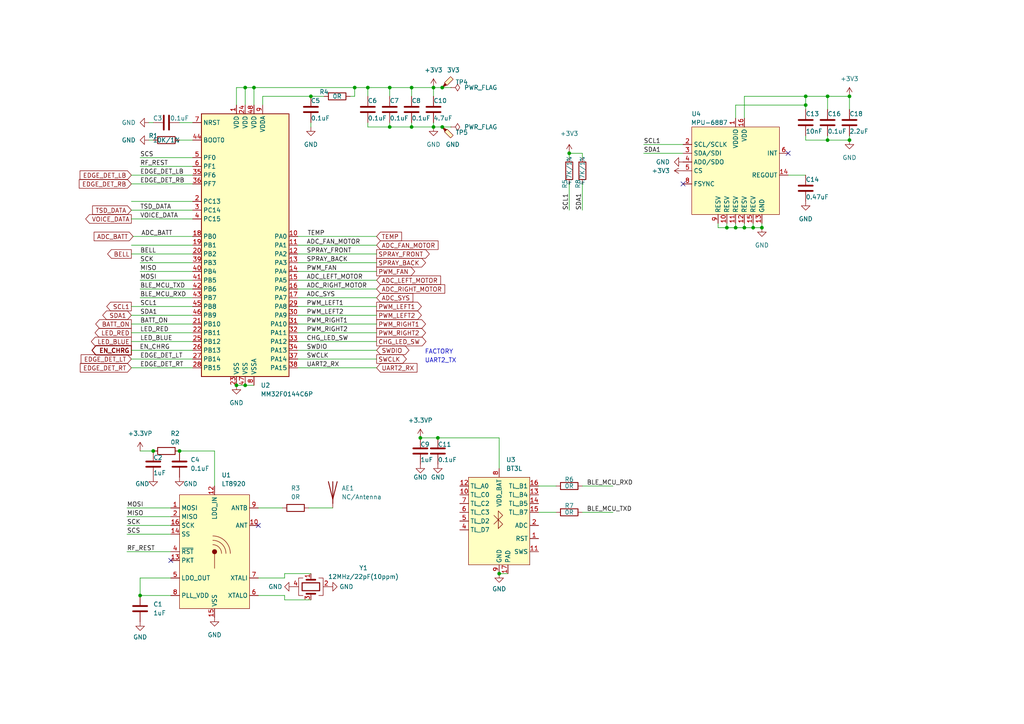
<source format=kicad_sch>
(kicad_sch (version 20230121) (generator eeschema)
  (paper "A4")
  (title_block (title "ELZS-01主板"))
  (lib_symbols
    (symbol "Connector:TestPoint_Probe" (pin_numbers hide) (pin_names (offset 0.762) hide)
      (property "Reference" "TP" (at 1.651 5.842 0))
      (property "Value" "TestPoint_Probe" (at 1.651 4.064 0))
      (symbol "TestPoint_Probe_0_1"
        (polyline (pts (xy 1.27 0.762) (xy 0 0) (xy 0.762 1.27) (xy 1.27 0.762)) (fill (type outline)))
        (polyline (pts (xy 1.397 0.635) (xy 0.635 1.397) (xy 2.413 3.175) (xy 3.175 2.413) (xy 1.397 0.635)) (fill (type background)))
      )
      (symbol "TestPoint_Probe_1_1"
        (pin passive line (at 0 0 90) (length 0) (name "1") (number "1"))
      )
    )
    (symbol "Device:Antenna" (pin_numbers hide) (pin_names (offset 1.016) hide)
      (property "Reference" "AE" (at -1.905 1.905 0))
      (property "Value" "Antenna" (at -1.905 0 0))
      (symbol "Antenna_0_1"
        (polyline (pts (xy 0 2.54) (xy 0 -3.81)) (stroke (width 0.254)))
        (polyline (pts (xy 1.27 2.54) (xy 0 -2.54) (xy -1.27 2.54)) (stroke (width 0.254)))
      )
      (symbol "Antenna_1_1"
        (pin input line (at 0 -5.08 90) (length 2.54) (name "A") (number "1"))
      )
    )
    (symbol "Device:C" (pin_numbers hide) (pin_names (offset 0.254))
      (property "Reference" "C" (at 0.635 2.54 0))
      (property "Value" "C" (at 0.635 -2.54 0))
      (symbol "C_0_1"
        (polyline (pts (xy -2.032 -0.762) (xy 2.032 -0.762)) (stroke (width 0.508)))
        (polyline (pts (xy -2.032 0.762) (xy 2.032 0.762)) (stroke (width 0.508)))
      )
      (symbol "C_1_1"
        (pin passive line (at 0 3.81 270) (length 2.794) (name "~") (number "1"))
        (pin passive line (at 0 -3.81 90) (length 2.794) (name "~") (number "2"))
      )
    )
    (symbol "Device:Crystal_GND24" (pin_names (offset 1.016) hide)
      (property "Reference" "Y" (at 3.175 5.08 0))
      (property "Value" "Crystal_GND24" (at 3.175 3.175 0))
      (symbol "Crystal_GND24_0_1"
        (rectangle (start -1.143 2.54) (end 1.143 -2.54) (stroke (width 0.3048)))
        (polyline (pts (xy -2.54 0) (xy -2.032 0)))
        (polyline (pts (xy -2.032 -1.27) (xy -2.032 1.27)) (stroke (width 0.508)))
        (polyline (pts (xy 0 -3.81) (xy 0 -3.556)))
        (polyline (pts (xy 0 3.556) (xy 0 3.81)))
        (polyline (pts (xy 2.032 -1.27) (xy 2.032 1.27)) (stroke (width 0.508)))
        (polyline (pts (xy 2.032 0) (xy 2.54 0)))
        (polyline (pts (xy -2.54 -2.286) (xy -2.54 -3.556) (xy 2.54 -3.556) (xy 2.54 -2.286)))
        (polyline (pts (xy -2.54 2.286) (xy -2.54 3.556) (xy 2.54 3.556) (xy 2.54 2.286)))
      )
      (symbol "Crystal_GND24_1_1"
        (pin passive line (at -3.81 0 0) (length 1.27) (name "1") (number "1"))
        (pin passive line (at 0 5.08 270) (length 1.27) (name "2") (number "2"))
        (pin passive line (at 3.81 0 180) (length 1.27) (name "3") (number "3"))
        (pin passive line (at 0 -5.08 90) (length 1.27) (name "4") (number "4"))
      )
    )
    (symbol "Device:R" (pin_numbers hide) (pin_names (offset 0))
      (property "Reference" "R" (at 2.032 0 90))
      (property "Value" "R" (at 0 0 90))
      (symbol "R_0_1"
        (rectangle (start -1.016 -2.54) (end 1.016 2.54) (stroke (width 0.254)))
      )
      (symbol "R_1_1"
        (pin passive line (at 0 3.81 270) (length 1.27) (name "~") (number "1"))
        (pin passive line (at 0 -3.81 90) (length 1.27) (name "~") (number "2"))
      )
    )
    (symbol "MCU_ST_STM32F0:STM32F030C8Tx"
      (property "Reference" "U" (at -12.7 39.37 0))
      (property "Value" "STM32F030C8Tx" (at 7.62 39.37 0))
      (symbol "STM32F030C8Tx_0_1"
        (rectangle (start -12.7 -38.1) (end 12.7 38.1) (stroke (width 0.254)) (fill (type background)))
      )
      (symbol "STM32F030C8Tx_1_1"
        (pin power_in line (at -2.54 40.64 270) (length 2.54) (name "VDD") (number "1"))
        (pin bidirectional line (at 15.24 2.54 180) (length 2.54) (name "PA0") (number "10"))
        (pin bidirectional line (at 15.24 0 180) (length 2.54) (name "PA1") (number "11"))
        (pin bidirectional line (at 15.24 -2.54 180) (length 2.54) (name "PA2") (number "12"))
        (pin bidirectional line (at 15.24 -5.08 180) (length 2.54) (name "PA3") (number "13"))
        (pin bidirectional line (at 15.24 -7.62 180) (length 2.54) (name "PA4") (number "14"))
        (pin bidirectional line (at 15.24 -10.16 180) (length 2.54) (name "PA5") (number "15"))
        (pin bidirectional line (at 15.24 -12.7 180) (length 2.54) (name "PA6") (number "16"))
        (pin bidirectional line (at 15.24 -15.24 180) (length 2.54) (name "PA7") (number "17"))
        (pin bidirectional line (at -15.24 2.54 0) (length 2.54) (name "PB0") (number "18"))
        (pin bidirectional line (at -15.24 0 0) (length 2.54) (name "PB1") (number "19"))
        (pin bidirectional line (at -15.24 12.7 0) (length 2.54) (name "PC13") (number "2"))
        (pin bidirectional line (at -15.24 -2.54 0) (length 2.54) (name "PB2") (number "20"))
        (pin bidirectional line (at -15.24 -22.86 0) (length 2.54) (name "PB10") (number "21"))
        (pin bidirectional line (at -15.24 -25.4 0) (length 2.54) (name "PB11") (number "22"))
        (pin power_in line (at -2.54 -40.64 90) (length 2.54) (name "VSS") (number "23"))
        (pin power_in line (at 0 40.64 270) (length 2.54) (name "VDD") (number "24"))
        (pin bidirectional line (at -15.24 -27.94 0) (length 2.54) (name "PB12") (number "25"))
        (pin bidirectional line (at -15.24 -30.48 0) (length 2.54) (name "PB13") (number "26"))
        (pin bidirectional line (at -15.24 -33.02 0) (length 2.54) (name "PB14") (number "27"))
        (pin bidirectional line (at -15.24 -35.56 0) (length 2.54) (name "PB15") (number "28"))
        (pin bidirectional line (at 15.24 -17.78 180) (length 2.54) (name "PA8") (number "29"))
        (pin bidirectional line (at -15.24 10.16 0) (length 2.54) (name "PC14") (number "3"))
        (pin bidirectional line (at 15.24 -20.32 180) (length 2.54) (name "PA9") (number "30"))
        (pin bidirectional line (at 15.24 -22.86 180) (length 2.54) (name "PA10") (number "31"))
        (pin bidirectional line (at 15.24 -25.4 180) (length 2.54) (name "PA11") (number "32"))
        (pin bidirectional line (at 15.24 -27.94 180) (length 2.54) (name "PA12") (number "33"))
        (pin bidirectional line (at 15.24 -30.48 180) (length 2.54) (name "PA13") (number "34"))
        (pin bidirectional line (at -15.24 20.32 0) (length 2.54) (name "PF6") (number "35"))
        (pin bidirectional line (at -15.24 17.78 0) (length 2.54) (name "PF7") (number "36"))
        (pin bidirectional line (at 15.24 -33.02 180) (length 2.54) (name "PA14") (number "37"))
        (pin bidirectional line (at 15.24 -35.56 180) (length 2.54) (name "PA15") (number "38"))
        (pin bidirectional line (at -15.24 -5.08 0) (length 2.54) (name "PB3") (number "39"))
        (pin bidirectional line (at -15.24 7.62 0) (length 2.54) (name "PC15") (number "4"))
        (pin bidirectional line (at -15.24 -7.62 0) (length 2.54) (name "PB4") (number "40"))
        (pin bidirectional line (at -15.24 -10.16 0) (length 2.54) (name "PB5") (number "41"))
        (pin bidirectional line (at -15.24 -12.7 0) (length 2.54) (name "PB6") (number "42"))
        (pin bidirectional line (at -15.24 -15.24 0) (length 2.54) (name "PB7") (number "43"))
        (pin input line (at -15.24 30.48 0) (length 2.54) (name "BOOT0") (number "44"))
        (pin bidirectional line (at -15.24 -17.78 0) (length 2.54) (name "PB8") (number "45"))
        (pin bidirectional line (at -15.24 -20.32 0) (length 2.54) (name "PB9") (number "46"))
        (pin power_in line (at 0 -40.64 90) (length 2.54) (name "VSS") (number "47"))
        (pin power_in line (at 2.54 40.64 270) (length 2.54) (name "VDD") (number "48"))
        (pin input line (at -15.24 25.4 0) (length 2.54) (name "PF0") (number "5"))
        (pin input line (at -15.24 22.86 0) (length 2.54) (name "PF1") (number "6"))
        (pin input line (at -15.24 35.56 0) (length 2.54) (name "NRST") (number "7"))
        (pin power_in line (at 2.54 -40.64 90) (length 2.54) (name "VSSA") (number "8"))
        (pin power_in line (at 5.08 40.64 270) (length 2.54) (name "VDDA") (number "9"))
      )
    )
    (symbol "Ovo_RF:LT8920"
      (property "Reference" "U" (at -8.89 17.78 0))
      (property "Value" "LT8920" (at -6.35 -17.78 0))
      (symbol "LT8920_0_1"
        (rectangle (start -10.16 16.51) (end 10.16 -16.51) (fill (type background)))
        (polyline (pts (xy 0 0) (xy 0 -4.826)))
        (circle (center 0 0) (radius 0.635) (fill (type outline)))
        (arc (start 2.032 -0.508) (mid 1.2881 1.2881) (end -0.508 2.032))
        (arc (start 3.302 -0.508) (mid 2.1861 2.186) (end -0.508 3.302))
        (arc (start 4.572 -0.508) (mid 3.0841 3.0841) (end -0.508 4.572))
      )
      (symbol "LT8920_1_1"
        (pin input line (at -12.7 12.7 0) (length 2.54) (name "MOSI") (number "1"))
        (pin passive line (at 12.7 7.62 180) (length 2.54) (name "ANT") (number "10"))
        (pin no_connect line (at 5.08 -19.05 90) (length 2.54) hide (name "NC") (number "11"))
        (pin power_in line (at 0 19.05 270) (length 2.54) (name "LDO_IN") (number "12"))
        (pin output line (at -12.7 -2.54 0) (length 2.54) (name "PKT") (number "13"))
        (pin input line (at -12.7 5.08 0) (length 2.54) (name "SS") (number "14"))
        (pin power_in line (at 0 -19.05 90) (length 2.54) (name "VSS") (number "15"))
        (pin input line (at -12.7 7.62 0) (length 2.54) (name "SCK") (number "16"))
        (pin output line (at -12.7 10.16 0) (length 2.54) (name "MISO") (number "2"))
        (pin no_connect line (at 2.54 -19.05 90) (length 2.54) hide (name "NC") (number "3"))
        (pin input line (at -12.7 0 0) (length 2.54) (name "~{RST}") (number "4"))
        (pin power_out line (at -12.7 -7.62 0) (length 2.54) (name "LDO_OUT") (number "5"))
        (pin passive line (at 12.7 -12.7 180) (length 2.54) (name "XTALO") (number "6"))
        (pin passive line (at 12.7 -7.62 180) (length 2.54) (name "XTALI") (number "7"))
        (pin power_in line (at -12.7 -12.7 0) (length 2.54) (name "PLL_VDD") (number "8"))
        (pin passive line (at 12.7 12.7 180) (length 2.54) (name "ANTB") (number "9"))
      )
    )
    (symbol "Ovo_RF_Bluetooth:BT3L"
      (property "Reference" "U" (at -7.62 13.97 0))
      (property "Value" "BT3L" (at -6.35 -13.97 0))
      (symbol "BT3L_0_1"
        (rectangle (start -8.89 12.7) (end 8.89 -12.7) (fill (type background)))
        (polyline (pts (xy -0.254 0.381) (xy -1.524 -0.889)))
        (polyline (pts (xy -0.254 2.921) (xy -0.254 -2.159)))
        (polyline (pts (xy -0.254 2.921) (xy 1.016 1.651) (xy -0.254 0.381) (xy 1.016 -0.889) (xy -0.254 -2.159) (xy -0.254 0.381) (xy -1.524 1.651)))
      )
      (symbol "BT3L_1_1"
        (pin input line (at 11.43 -5.08 180) (length 2.54) (name "RST") (number "1"))
        (pin bidirectional line (at -11.43 7.62 0) (length 2.54) (name "TL_C0") (number "10"))
        (pin bidirectional line (at 11.43 -8.89 180) (length 2.54) (name "SWS") (number "11"))
        (pin bidirectional line (at -11.43 10.16 0) (length 2.54) (name "TL_A0") (number "12"))
        (pin bidirectional line (at 11.43 7.62 180) (length 2.54) (name "TL_B4") (number "13"))
        (pin bidirectional line (at 11.43 5.08 180) (length 2.54) (name "TL_B5") (number "14"))
        (pin bidirectional line (at 11.43 2.54 180) (length 2.54) (name "TL_B7") (number "15"))
        (pin bidirectional line (at 11.43 10.16 180) (length 2.54) (name "TL_B1") (number "16"))
        (pin power_in line (at 2.54 -15.24 90) (length 2.54) (name "PAD") (number "17"))
        (pin input line (at 11.43 -1.27 180) (length 2.54) (name "ADC") (number "2"))
        (pin no_connect line (at -11.43 -6.35 0) (length 2.54) hide (name "NC") (number "3"))
        (pin bidirectional line (at -11.43 -2.54 0) (length 2.54) (name "TL_D7") (number "4"))
        (pin bidirectional line (at -11.43 0 0) (length 2.54) (name "TL_D2") (number "5"))
        (pin bidirectional line (at -11.43 2.54 0) (length 2.54) (name "TL_C3") (number "6"))
        (pin bidirectional line (at -11.43 5.08 0) (length 2.54) (name "TL_C2") (number "7"))
        (pin power_in line (at 0 15.24 270) (length 2.54) (name "VDD_BAT") (number "8"))
        (pin power_in line (at 0 -15.24 90) (length 2.54) (name "GND") (number "9"))
      )
    )
    (symbol "Ovo_Sensor_Motion:MPU-6887"
      (property "Reference" "U" (at -13.97 16.51 0))
      (property "Value" "MPU-6887" (at -10.16 13.97 0))
      (symbol "MPU-6887_0_1"
        (rectangle (start -12.7 12.7) (end 12.7 -12.7) (fill (type background)))
      )
      (symbol "MPU-6887_1_1"
        (pin power_in line (at 0 15.24 270) (length 2.54) (name "VDDIO") (number "1"))
        (pin passive line (at -2.54 -15.24 90) (length 2.54) (name "RESV") (number "10"))
        (pin passive line (at 0 -15.24 90) (length 2.54) (name "RESV") (number "11"))
        (pin passive line (at 2.54 -15.24 90) (length 2.54) (name "RESV") (number "12"))
        (pin power_in line (at 7.62 -15.24 90) (length 2.54) (name "GND") (number "13"))
        (pin passive line (at 15.24 -1.27 180) (length 2.54) (name "REGOUT") (number "14"))
        (pin passive line (at 5.08 -15.24 90) (length 2.54) (name "RECV") (number "15"))
        (pin power_in line (at 2.54 15.24 270) (length 2.54) (name "VDD") (number "16"))
        (pin input line (at -15.24 7.62 0) (length 2.54) (name "SCL/SCLK") (number "2"))
        (pin bidirectional line (at -15.24 5.08 0) (length 2.54) (name "SDA/SDI") (number "3"))
        (pin input line (at -15.24 2.54 0) (length 2.54) (name "AD0/SDO") (number "4"))
        (pin input line (at -15.24 0 0) (length 2.54) (name "CS") (number "5"))
        (pin output line (at 15.24 5.08 180) (length 2.54) (name "INT") (number "6"))
        (pin no_connect line (at -7.62 -15.24 90) (length 2.54) hide (name "RESV") (number "7"))
        (pin input line (at -15.24 -3.81 0) (length 2.54) (name "FSYNC") (number "8"))
        (pin passive line (at -5.08 -15.24 90) (length 2.54) (name "RESV") (number "9"))
      )
    )
    (symbol "power:+3.3VP" (power) (pin_names (offset 0))
      (property "Value" "+3.3VP" (at 0 2.54 0))
      (symbol "+3.3VP_0_0"
        (pin power_in line (at 0 0 90) (length 0) hide (name "+3.3VP") (number "1"))
      )
      (symbol "+3.3VP_0_1"
        (polyline (pts (xy -0.762 1.27) (xy 0 2.54)))
        (polyline (pts (xy 0 0) (xy 0 2.54)))
        (polyline (pts (xy 0 2.54) (xy 0.762 1.27)))
      )
    )
    (symbol "power:+3V3" (power) (pin_names (offset 0))
      (property "Value" "+3V3" (at 0 3.556 0))
      (symbol "+3V3_0_1"
        (polyline (pts (xy -0.762 1.27) (xy 0 2.54)))
        (polyline (pts (xy 0 0) (xy 0 2.54)))
        (polyline (pts (xy 0 2.54) (xy 0.762 1.27)))
      )
      (symbol "+3V3_1_1"
        (pin power_in line (at 0 0 90) (length 0) hide (name "+3V3") (number "1"))
      )
    )
    (symbol "power:GND" (power) (pin_names (offset 0))
      (property "Value" "GND" (at 0 -3.81 0))
      (symbol "GND_0_1"
        (polyline (pts (xy 0 0) (xy 0 -1.27) (xy 1.27 -1.27) (xy 0 -2.54) (xy -1.27 -1.27) (xy 0 -1.27)))
      )
      (symbol "GND_1_1"
        (pin power_in line (at 0 0 270) (length 0) hide (name "GND") (number "1"))
      )
    )
    (symbol "power:PWR_FLAG" (power) (pin_numbers hide) (pin_names (offset 0) hide)
      (property "Value" "PWR_FLAG" (at 0 3.81 0))
      (symbol "PWR_FLAG_0_0"
        (pin power_out line (at 0 0 90) (length 0) (name "pwr") (number "1"))
      )
      (symbol "PWR_FLAG_0_1"
        (polyline (pts (xy 0 0) (xy 0 1.27) (xy -1.016 1.905) (xy 0 2.54) (xy 1.016 1.905) (xy 0 1.27)))
      )
    )
  )
  (junction (at 128.27 36.83))
  (junction (at 165.1 44.45))
  (junction (at 127 127))
  (junction (at 218.44 66.04))
  (junction (at 113.03 36.83))
  (junction (at 210.82 66.04))
  (junction (at 144.78 166.37))
  (junction (at 233.68 27.94))
  (junction (at 128.27 25.4))
  (junction (at 240.03 27.94))
  (junction (at 106.68 25.4))
  (junction (at 125.73 25.4))
  (junction (at 213.36 66.04))
  (junction (at 71.12 111.76))
  (junction (at 73.66 25.4))
  (junction (at 240.03 40.64))
  (junction (at 125.73 36.83))
  (junction (at 52.07 130.81))
  (junction (at 215.9 66.04))
  (junction (at 246.38 40.64))
  (junction (at 220.98 66.04))
  (junction (at 246.38 27.94))
  (junction (at 113.03 25.4))
  (junction (at 119.38 36.83))
  (junction (at 119.38 25.4))
  (junction (at 90.17 27.94))
  (junction (at 68.58 111.76))
  (junction (at 40.64 172.72))
  (junction (at 102.87 25.4))
  (junction (at 233.68 30.48))
  (junction (at 121.92 127))
  (junction (at 44.45 130.81))
  (junction (at 71.12 25.4))
  (no_connect (at 49.53 162.56))
  (no_connect (at 228.6 44.45))
  (no_connect (at 198.12 53.34))
  (no_connect (at 74.93 152.4))
  (wire (pts (xy 106.68 35.56) (xy 106.68 36.83)))
  (wire (pts (xy 40.64 86.36) (xy 55.88 86.36)))
  (wire (pts (xy 89.535 147.32) (xy 96.52 147.32)))
  (wire (pts (xy 40.64 83.82) (xy 55.88 83.82)))
  (wire (pts (xy 49.53 167.64) (xy 40.64 167.64)))
  (wire (pts (xy 233.68 31.75) (xy 233.68 30.48)))
  (wire (pts (xy 186.69 44.45) (xy 198.12 44.45)))
  (wire (pts (xy 36.83 152.4) (xy 49.53 152.4)))
  (wire (pts (xy 102.87 25.4) (xy 102.87 27.94)))
  (wire (pts (xy 168.91 148.59) (xy 177.8 148.59)))
  (wire (pts (xy 113.03 25.4) (xy 106.68 25.4)))
  (wire (pts (xy 36.83 154.94) (xy 49.53 154.94)))
  (wire (pts (xy 213.36 30.48) (xy 213.36 34.29)))
  (wire (pts (xy 38.1 91.44) (xy 55.88 91.44)))
  (wire (pts (xy 246.38 40.64) (xy 246.38 39.37)))
  (wire (pts (xy 40.64 45.72) (xy 55.88 45.72)))
  (wire (pts (xy 210.82 66.04) (xy 213.36 66.04)))
  (wire (pts (xy 86.36 91.44) (xy 109.22 91.44)))
  (wire (pts (xy 215.9 66.04) (xy 218.44 66.04)))
  (wire (pts (xy 38.1 99.06) (xy 55.88 99.06)))
  (wire (pts (xy 128.27 25.4) (xy 130.81 25.4)))
  (wire (pts (xy 125.73 25.4) (xy 125.73 27.94)))
  (wire (pts (xy 38.1 71.12) (xy 55.88 71.12)))
  (wire (pts (xy 38.1 50.8) (xy 55.88 50.8)))
  (wire (pts (xy 73.66 25.4) (xy 73.66 30.48)))
  (wire (pts (xy 86.36 88.9) (xy 109.22 88.9)))
  (wire (pts (xy 52.07 130.81) (xy 62.23 130.81)))
  (wire (pts (xy 82.55 173.99) (xy 82.55 172.72)))
  (wire (pts (xy 218.44 66.04) (xy 220.98 66.04)))
  (wire (pts (xy 40.64 167.64) (xy 40.64 172.72)))
  (wire (pts (xy 71.12 111.76) (xy 73.66 111.76)))
  (wire (pts (xy 215.9 64.77) (xy 215.9 66.04)))
  (wire (pts (xy 38.1 53.34) (xy 55.88 53.34)))
  (wire (pts (xy 102.87 25.4) (xy 73.66 25.4)))
  (wire (pts (xy 165.1 45.72) (xy 165.1 44.45)))
  (wire (pts (xy 218.44 64.77) (xy 218.44 66.04)))
  (wire (pts (xy 168.91 53.34) (xy 168.91 60.96)))
  (wire (pts (xy 43.18 35.56) (xy 44.45 35.56)))
  (wire (pts (xy 38.1 58.42) (xy 55.88 58.42)))
  (wire (pts (xy 90.17 173.99) (xy 82.55 173.99)))
  (wire (pts (xy 165.1 44.45) (xy 168.91 44.45)))
  (wire (pts (xy 86.36 104.14) (xy 109.22 104.14)))
  (wire (pts (xy 144.78 127) (xy 144.78 135.89)))
  (wire (pts (xy 240.03 40.64) (xy 246.38 40.64)))
  (wire (pts (xy 106.68 36.83) (xy 113.03 36.83)))
  (wire (pts (xy 38.608 68.58) (xy 55.88 68.58)))
  (wire (pts (xy 165.1 53.34) (xy 165.1 60.96)))
  (wire (pts (xy 101.6 27.94) (xy 102.87 27.94)))
  (wire (pts (xy 90.17 27.94) (xy 93.98 27.94)))
  (wire (pts (xy 113.03 25.4) (xy 113.03 27.94)))
  (wire (pts (xy 71.12 25.4) (xy 73.66 25.4)))
  (wire (pts (xy 40.64 76.2) (xy 55.88 76.2)))
  (wire (pts (xy 38.1 60.96) (xy 55.88 60.96)))
  (wire (pts (xy 38.1 101.6) (xy 55.88 101.6)))
  (wire (pts (xy 38.1 63.5) (xy 55.88 63.5)))
  (wire (pts (xy 86.36 76.2) (xy 109.22 76.2)))
  (wire (pts (xy 125.73 36.83) (xy 125.73 35.56)))
  (wire (pts (xy 68.58 111.76) (xy 71.12 111.76)))
  (wire (pts (xy 40.64 48.26) (xy 55.88 48.26)))
  (wire (pts (xy 68.58 30.48) (xy 68.58 25.4)))
  (wire (pts (xy 213.36 64.77) (xy 213.36 66.04)))
  (wire (pts (xy 144.78 166.37) (xy 147.32 166.37)))
  (wire (pts (xy 38.1 104.14) (xy 55.88 104.14)))
  (wire (pts (xy 52.07 35.56) (xy 55.88 35.56)))
  (wire (pts (xy 186.69 41.91) (xy 198.12 41.91)))
  (wire (pts (xy 106.68 25.4) (xy 106.68 27.94)))
  (wire (pts (xy 86.36 81.28) (xy 109.22 81.28)))
  (wire (pts (xy 86.36 73.66) (xy 109.22 73.66)))
  (wire (pts (xy 220.98 66.04) (xy 220.98 64.77)))
  (wire (pts (xy 82.55 166.37) (xy 82.55 167.64)))
  (wire (pts (xy 119.38 36.83) (xy 125.73 36.83)))
  (wire (pts (xy 86.36 96.52) (xy 109.22 96.52)))
  (wire (pts (xy 90.17 166.37) (xy 82.55 166.37)))
  (wire (pts (xy 121.92 127) (xy 127 127)))
  (wire (pts (xy 82.55 172.72) (xy 74.93 172.72)))
  (wire (pts (xy 119.38 25.4) (xy 125.73 25.4)))
  (wire (pts (xy 36.83 147.32) (xy 49.53 147.32)))
  (wire (pts (xy 86.36 101.6) (xy 109.22 101.6)))
  (wire (pts (xy 62.23 130.81) (xy 62.23 140.97)))
  (wire (pts (xy 38.1 96.52) (xy 55.88 96.52)))
  (wire (pts (xy 213.36 66.04) (xy 215.9 66.04)))
  (wire (pts (xy 240.03 40.64) (xy 240.03 39.37)))
  (wire (pts (xy 40.64 130.81) (xy 44.45 130.81)))
  (wire (pts (xy 86.36 83.82) (xy 109.22 83.82)))
  (wire (pts (xy 208.28 66.04) (xy 210.82 66.04)))
  (wire (pts (xy 210.82 64.77) (xy 210.82 66.04)))
  (wire (pts (xy 76.2 27.94) (xy 76.2 30.48)))
  (wire (pts (xy 71.12 30.48) (xy 71.12 25.4)))
  (wire (pts (xy 119.38 25.4) (xy 113.03 25.4)))
  (wire (pts (xy 233.68 27.94) (xy 233.68 30.48)))
  (wire (pts (xy 228.6 50.8) (xy 233.68 50.8)))
  (wire (pts (xy 156.21 148.59) (xy 161.29 148.59)))
  (wire (pts (xy 125.73 25.4) (xy 128.27 25.4)))
  (wire (pts (xy 90.17 27.94) (xy 76.2 27.94)))
  (wire (pts (xy 215.9 34.29) (xy 215.9 27.94)))
  (wire (pts (xy 86.36 78.74) (xy 109.22 78.74)))
  (wire (pts (xy 113.03 35.56) (xy 113.03 36.83)))
  (wire (pts (xy 168.91 140.97) (xy 177.8 140.97)))
  (wire (pts (xy 113.03 36.83) (xy 119.38 36.83)))
  (wire (pts (xy 106.68 25.4) (xy 102.87 25.4)))
  (wire (pts (xy 40.64 81.28) (xy 55.88 81.28)))
  (wire (pts (xy 82.55 167.64) (xy 74.93 167.64)))
  (wire (pts (xy 40.64 78.74) (xy 55.88 78.74)))
  (wire (pts (xy 119.38 27.94) (xy 119.38 25.4)))
  (wire (pts (xy 128.27 36.83) (xy 130.81 36.83)))
  (wire (pts (xy 240.03 27.94) (xy 246.38 27.94)))
  (wire (pts (xy 52.07 40.64) (xy 55.88 40.64)))
  (wire (pts (xy 168.91 44.45) (xy 168.91 45.72)))
  (wire (pts (xy 127 127) (xy 144.78 127)))
  (wire (pts (xy 74.93 147.32) (xy 81.915 147.32)))
  (wire (pts (xy 240.03 27.94) (xy 240.03 31.75)))
  (wire (pts (xy 215.9 27.94) (xy 233.68 27.94)))
  (wire (pts (xy 38.1 106.68) (xy 55.88 106.68)))
  (wire (pts (xy 233.68 40.64) (xy 240.03 40.64)))
  (wire (pts (xy 68.58 25.4) (xy 71.12 25.4)))
  (wire (pts (xy 86.36 93.98) (xy 109.22 93.98)))
  (wire (pts (xy 86.36 71.12) (xy 109.22 71.12)))
  (wire (pts (xy 86.36 68.58) (xy 109.22 68.58)))
  (wire (pts (xy 86.36 99.06) (xy 109.22 99.06)))
  (wire (pts (xy 125.73 36.83) (xy 128.27 36.83)))
  (wire (pts (xy 38.1 73.66) (xy 55.88 73.66)))
  (wire (pts (xy 86.36 106.68) (xy 109.22 106.68)))
  (wire (pts (xy 208.28 64.77) (xy 208.28 66.04)))
  (wire (pts (xy 233.68 30.48) (xy 213.36 30.48)))
  (wire (pts (xy 43.18 40.64) (xy 44.45 40.64)))
  (wire (pts (xy 38.1 93.98) (xy 55.88 93.98)))
  (wire (pts (xy 90.17 36.83) (xy 90.17 35.56)))
  (wire (pts (xy 40.64 172.72) (xy 49.53 172.72)))
  (wire (pts (xy 156.21 140.97) (xy 161.29 140.97)))
  (wire (pts (xy 246.38 27.94) (xy 246.38 31.75)))
  (wire (pts (xy 38.1 88.9) (xy 55.88 88.9)))
  (wire (pts (xy 86.36 86.36) (xy 109.22 86.36)))
  (wire (pts (xy 119.38 35.56) (xy 119.38 36.83)))
  (wire (pts (xy 233.68 40.64) (xy 233.68 39.37)))
  (wire (pts (xy 233.68 27.94) (xy 240.03 27.94)))
  (wire (pts (xy 36.83 160.02) (xy 49.53 160.02)))
  (wire (pts (xy 36.83 149.86) (xy 49.53 149.86)))
  (text "UART2_TX" (at 123.19 105.41 0) (effects (font (size 1.27 1.27)) (justify left bottom)))
  (text "FACTORY" (at 123.19 102.87 0) (effects (font (size 1.27 1.27)) (justify left bottom)))
  (label "BELL" (at 40.64 73.66 0))
  (label "MOSI" (at 36.83 147.32 0))
  (label "BLE_MCU_RXD" (at 170.18 140.97 0))
  (label "TSD_DATA" (at 40.64 60.96 0))
  (label "PWM_FAN" (at 88.9 78.74 0))
  (label "MISO" (at 36.83 149.86 0))
  (label "SCK" (at 40.64 76.2 0))
  (label "SCK" (at 36.83 152.4 0))
  (label "BATT_ON" (at 40.64 93.98 0))
  (label "MOSI" (at 40.64 81.28 0))
  (label "BLE_MCU_TXD" (at 40.64 83.82 0))
  (label "TEMP" (at 89.154 68.58 0))
  (label "SDA1" (at 186.69 44.45 0))
  (label "SDA1" (at 40.64 91.44 0))
  (label "SPRAY_FRONT" (at 88.9 73.66 0))
  (label "UART2_RX" (at 88.9 106.68 0))
  (label "VOICE_DATA" (at 40.64 63.5 0))
  (label "BLE_MCU_RXD" (at 40.64 86.36 0))
  (label "SDA1" (at 168.91 60.96 90))
  (label "EDGE_DET_LB" (at 40.64 50.8 0))
  (label "MISO" (at 40.64 78.74 0))
  (label "EDGE_DET_LT" (at 40.64 104.14 0))
  (label "SCS" (at 36.83 154.94 0))
  (label "RF_REST" (at 36.83 160.02 0))
  (label "CHG_LED_SW" (at 88.9 99.06 0))
  (label "SWDIO" (at 88.9 101.6 0))
  (label "SPRAY_BACK" (at 88.9 76.2 0))
  (label "SWCLK" (at 88.9 104.14 0))
  (label "PWM_RIGHT1" (at 88.9 93.98 0))
  (label "ADC_RIGHT_MOTOR" (at 88.9 83.82 0))
  (label "SCS" (at 40.64 45.72 0))
  (label "EN_CHRG" (at 49.276 101.6 180))
  (label "SCL1" (at 40.64 88.9 0))
  (label "EDGE_DET_RT" (at 40.64 106.68 0))
  (label "BLE_MCU_TXD" (at 170.18 148.59 0))
  (label "PWM_RIGHT2" (at 88.9 96.52 0))
  (label "PWM_LEFT2" (at 88.9 91.44 0))
  (label "RF_REST" (at 40.64 48.26 0))
  (label "SCL1" (at 186.69 41.91 0))
  (label "ADC_BATT" (at 50.038 68.58 180))
  (label "ADC_FAN_MOTOR" (at 88.9 71.12 0))
  (label "LED_BLUE" (at 40.64 99.06 0))
  (label "LED_RED" (at 40.64 96.52 0))
  (label "ADC_LEFT_MOTOR" (at 88.9 81.28 0))
  (label "EDGE_DET_RB" (at 40.64 53.34 0))
  (label "PWM_LEFT1" (at 88.9 88.9 0))
  (label "ADC_SYS" (at 88.9 86.36 0))
  (label "SCL1" (at 165.1 60.96 90))
  (global_label "SPRAY_BACK" (shape output) (at 109.22 76.2 0) (property "Intersheetrefs" "${INTERSHEET_REFS}" (effects hide)))
  (global_label "CHG_LED_SW" (shape output) (at 109.22 99.06 0) (property "Intersheetrefs" "${INTERSHEET_REFS}" (effects hide)))
  (global_label "UART2_RX" (shape input) (at 109.22 106.68 0) (property "Intersheetrefs" "${INTERSHEET_REFS}" (effects hide)))
  (global_label "PWM_RIGHT2" (shape output) (at 109.22 96.52 0) (property "Intersheetrefs" "${INTERSHEET_REFS}" (effects hide)))
  (global_label "EDGE_DET_LT" (shape input) (at 38.1 104.14 180) (property "Intersheetrefs" "${INTERSHEET_REFS}" (effects hide)))
  (global_label "SDA1" (shape bidirectional) (at 38.1 91.44 180) (property "Intersheetrefs" "${INTERSHEET_REFS}" (effects hide)))
  (global_label "EDGE_DET_RB" (shape input) (at 38.1 53.34 180) (property "Intersheetrefs" "${INTERSHEET_REFS}" (effects hide)))
  (global_label "ADC_FAN_MOTOR" (shape input) (at 109.22 71.12 0) (property "Intersheetrefs" "${INTERSHEET_REFS}" (effects hide)))
  (global_label "PWM_RIGHT1" (shape output) (at 109.22 93.98 0) (property "Intersheetrefs" "${INTERSHEET_REFS}" (effects hide)))
  (global_label "SWCLK" (shape output) (at 109.22 104.14 0) (property "Intersheetrefs" "${INTERSHEET_REFS}" (effects hide)))
  (global_label "BATT_ON" (shape output) (at 38.1 93.98 180) (property "Intersheetrefs" "${INTERSHEET_REFS}" (effects hide)))
  (global_label "LED_BLUE" (shape output) (at 38.1 99.06 180) (property "Intersheetrefs" "${INTERSHEET_REFS}" (effects hide)))
  (global_label "EN_CHRG" (shape output) (at 38.1 101.6 180) (effects (font (thickness 0.254) bold)) (property "Intersheetrefs" "${INTERSHEET_REFS}" (effects hide)))
  (global_label "SPRAY_FRONT" (shape output) (at 109.22 73.66 0) (property "Intersheetrefs" "${INTERSHEET_REFS}" (effects hide)))
  (global_label "VOICE_DATA" (shape output) (at 38.1 63.5 180) (property "Intersheetrefs" "${INTERSHEET_REFS}" (effects hide)))
  (global_label "LED_RED" (shape output) (at 38.1 96.52 180) (property "Intersheetrefs" "${INTERSHEET_REFS}" (effects hide)))
  (global_label "EDGE_DET_RT" (shape input) (at 38.1 106.68 180) (property "Intersheetrefs" "${INTERSHEET_REFS}" (effects hide)))
  (global_label "TSD_DATA" (shape input) (at 38.1 60.96 180) (property "Intersheetrefs" "${INTERSHEET_REFS}" (effects hide)))
  (global_label "PWM_LEFT2" (shape output) (at 109.22 91.44 0) (property "Intersheetrefs" "${INTERSHEET_REFS}" (effects hide)))
  (global_label "PWM_FAN" (shape output) (at 109.22 78.74 0) (property "Intersheetrefs" "${INTERSHEET_REFS}" (effects hide)))
  (global_label "ADC_LEFT_MOTOR" (shape input) (at 109.22 81.28 0) (property "Intersheetrefs" "${INTERSHEET_REFS}" (effects hide)))
  (global_label "ADC_SYS" (shape input) (at 109.22 86.36 0) (property "Intersheetrefs" "${INTERSHEET_REFS}" (effects hide)))
  (global_label "TEMP" (shape input) (at 109.22 68.58 0) (property "Intersheetrefs" "${INTERSHEET_REFS}" (effects hide)))
  (global_label "ADC_BATT" (shape input) (at 38.608 68.58 180) (property "Intersheetrefs" "${INTERSHEET_REFS}" (effects hide)))
  (global_label "SWDIO" (shape bidirectional) (at 109.22 101.6 0) (property "Intersheetrefs" "${INTERSHEET_REFS}" (effects hide)))
  (global_label "EDGE_DET_LB" (shape input) (at 38.1 50.8 180) (property "Intersheetrefs" "${INTERSHEET_REFS}" (effects hide)))
  (global_label "SCL1" (shape output) (at 38.1 88.9 180) (property "Intersheetrefs" "${INTERSHEET_REFS}" (effects hide)))
  (global_label "PWM_LEFT1" (shape output) (at 109.22 88.9 0) (property "Intersheetrefs" "${INTERSHEET_REFS}" (effects hide)))
  (global_label "ADC_RIGHT_MOTOR" (shape input) (at 109.22 83.82 0) (property "Intersheetrefs" "${INTERSHEET_REFS}" (effects hide)))
  (global_label "BELL" (shape output) (at 38.1 73.66 180) (property "Intersheetrefs" "${INTERSHEET_REFS}" (effects hide)))
  (symbol (lib_id "Device:C") (at 246.38 35.56 180) (unit 1)
    (property "Reference" "C18" (at 246.38 33.02 0) (effects (justify right)))
    (property "Value" "2.2uF" (at 246.38 38.1 0) (effects (justify right)))
    (property "Footprint" "Capacitor_SMD:C_0603_1608Metric" (effects hide))
  )
  (symbol (lib_id "power:+3V3") (at 165.1 44.45 0) (unit 1)
    (property "Reference" "#PWR0121" (effects hide))
    (property "Value" "+3V3" (at 165.1 38.735 0))
  )
  (symbol (lib_id "power:GND") (at 233.68 58.42 0) (unit 1)
    (property "Reference" "#PWR0131" (effects hide))
    (property "Value" "GND" (at 233.68 63.5 0))
  )
  (symbol (lib_id "power:PWR_FLAG") (at 130.81 36.83 270) (unit 1)
    (property "Reference" "#FLG0102" (effects hide))
    (property "Value" "PWR_FLAG" (at 134.62 36.8299 90) (effects (justify left)))
  )
  (symbol (lib_id "Device:C") (at 233.68 35.56 180) (unit 1)
    (property "Reference" "C13" (at 233.68 33.02 0) (effects (justify right)))
    (property "Value" "10nF" (at 233.68 38.1 0) (effects (justify right)))
    (property "Footprint" "Capacitor_SMD:C_0603_1608Metric" (effects hide))
  )
  (symbol (lib_id "power:+3V3") (at 246.38 27.94 0) (unit 1)
    (property "Reference" "#PWR0129" (effects hide))
    (property "Value" "+3V3" (at 246.38 22.86 0))
  )
  (symbol (lib_id "Device:C") (at 233.68 54.61 180) (unit 1)
    (property "Reference" "C14" (at 233.68 52.07 0) (effects (justify right)))
    (property "Value" "0.47uF" (at 233.68 57.15 0) (effects (justify right)))
    (property "Footprint" "Capacitor_SMD:C_0603_1608Metric" (effects hide))
  )
  (symbol (lib_id "Device:C") (at 90.17 31.75 180) (unit 1)
    (property "Reference" "C5" (at 90.17 29.21 0) (effects (justify right)))
    (property "Value" "0.1uF" (at 90.17 34.29 0) (effects (justify right)))
    (property "Footprint" "Capacitor_SMD:C_0603_1608Metric" (effects hide))
  )
  (symbol (lib_id "power:GND") (at 95.25 170.18 90) (unit 1)
    (property "Reference" "#PWR0107" (effects hide))
    (property "Value" "GND" (at 98.425 170.1799 90) (effects (justify right)))
  )
  (symbol (lib_id "Device:R") (at 48.26 130.81 90) (unit 1)
    (property "Reference" "R2" (at 50.8 125.73 90))
    (property "Value" "0R" (at 50.8 128.27 90))
    (property "Footprint" "Resistor_SMD:R_0603_1608Metric" (effects hide))
  )
  (symbol (lib_id "power:GND") (at 62.23 179.07 0) (unit 1)
    (property "Reference" "#PWR0102" (effects hide))
    (property "Value" "GND" (at 62.23 184.15 0))
  )
  (symbol (lib_id "Device:C") (at 40.64 176.53 0) (unit 1)
    (property "Reference" "C1" (at 44.45 175.2599 0) (effects (justify left)))
    (property "Value" "1uF" (at 44.45 177.7999 0) (effects (justify left)))
    (property "Footprint" "Capacitor_SMD:C_0603_1608Metric" (effects hide))
  )
  (symbol (lib_id "Device:C") (at 48.26 35.56 90) (unit 1)
    (property "Reference" "C3" (at 45.72 34.29 90))
    (property "Value" "0.1uF" (at 52.07 34.29 90))
    (property "Footprint" "Capacitor_SMD:C_0603_1608Metric" (effects hide))
  )
  (symbol (lib_id "Device:C") (at 119.38 31.75 180) (unit 1)
    (property "Reference" "C8" (at 119.38 29.21 0) (effects (justify right)))
    (property "Value" "0.1uF" (at 119.38 34.29 0) (effects (justify right)))
    (property "Footprint" "Capacitor_SMD:C_0603_1608Metric" (effects hide))
  )
  (symbol (lib_id "Device:R") (at 165.1 49.53 180) (unit 1)
    (property "Reference" "R5" (at 163.83 53.34 90))
    (property "Value" "4.7K/1%" (at 165.1 49.53 90))
    (property "Footprint" "Resistor_SMD:R_0603_1608Metric" (effects hide))
  )
  (symbol (lib_id "power:GND") (at 43.18 35.56 270) (unit 1)
    (property "Reference" "#PWR0105" (effects hide))
    (property "Value" "GND" (at 39.37 35.5599 90) (effects (justify right)))
  )
  (symbol (lib_id "power:GND") (at 121.92 134.62 0) (unit 1)
    (property "Reference" "#PWR0110" (effects hide))
    (property "Value" "GND" (at 121.92 138.43 0))
  )
  (symbol (lib_id "Device:C") (at 125.73 31.75 180) (unit 1)
    (property "Reference" "C10" (at 125.73 29.21 0) (effects (justify right)))
    (property "Value" "4.7uF" (at 125.73 34.29 0) (effects (justify right)))
    (property "Footprint" "Capacitor_SMD:C_0603_1608Metric" (effects hide))
  )
  (symbol (lib_id "power:GND") (at 144.78 166.37 0) (unit 1)
    (property "Reference" "#PWR0109" (effects hide))
    (property "Value" "GND" (at 144.78 170.815 0))
  )
  (symbol (lib_id "Device:C") (at 127 130.81 0) (unit 1)
    (property "Reference" "C11" (at 127 128.905 0) (effects (justify left)))
    (property "Value" "0.1uF" (at 127 133.35 0) (effects (justify left)))
    (property "Footprint" "Capacitor_SMD:C_0603_1608Metric" (effects hide))
  )
  (symbol (lib_id "power:+3.3VP") (at 121.92 127 0) (unit 1)
    (property "Reference" "#PWR0108" (effects hide))
    (property "Value" "+3.3VP" (at 121.92 121.92 0))
  )
  (symbol (lib_id "Device:R") (at 165.1 148.59 90) (unit 1)
    (property "Reference" "R7" (at 165.1 146.685 90))
    (property "Value" "0R" (at 165.1 148.59 90))
    (property "Footprint" "Resistor_SMD:R_0603_1608Metric" (effects hide))
  )
  (symbol (lib_id "Device:C") (at 113.03 31.75 180) (unit 1)
    (property "Reference" "C7" (at 113.03 29.21 0) (effects (justify right)))
    (property "Value" "0.1uF" (at 113.03 34.29 0) (effects (justify right)))
    (property "Footprint" "Capacitor_SMD:C_0603_1608Metric" (effects hide))
  )
  (symbol (lib_id "power:GND") (at 90.17 36.83 0) (unit 1)
    (property "Reference" "#PWR0104" (effects hide))
    (property "Value" "GND" (at 90.17 41.91 0))
  )
  (symbol (lib_id "Device:R") (at 165.1 140.97 90) (unit 1)
    (property "Reference" "R6" (at 165.1 139.065 90))
    (property "Value" "0R" (at 165.1 140.97 90))
    (property "Footprint" "Resistor_SMD:R_0603_1608Metric" (effects hide))
  )
  (symbol (lib_id "Connector:TestPoint_Probe") (at 128.27 25.4 0) (unit 1)
    (property "Reference" "TP4" (at 132.08 23.8124 0) (effects (justify left)))
    (property "Value" "3V3" (at 133.35 20.32 0) (effects (justify right)))
    (property "Footprint" "TestPoint:TestPoint_Pad_D1.5mm" (effects hide))
  )
  (symbol (lib_id "power:GND") (at 220.98 66.04 0) (unit 1)
    (property "Reference" "#PWR0115" (effects hide))
    (property "Value" "GND" (at 220.98 71.12 0))
  )
  (symbol (lib_id "Device:R") (at 97.79 27.94 90) (unit 1)
    (property "Reference" "R4" (at 93.98 26.67 90))
    (property "Value" "0R" (at 97.79 27.94 90))
    (property "Footprint" "Resistor_SMD:R_0603_1608Metric" (effects hide))
  )
  (symbol (lib_id "Device:C") (at 44.45 134.62 0) (unit 1)
    (property "Reference" "C2" (at 44.45 132.715 0) (effects (justify left)))
    (property "Value" "1uF" (at 44.45 137.16 0) (effects (justify left)))
    (property "Footprint" "Capacitor_SMD:C_0603_1608Metric" (effects hide))
  )
  (symbol (lib_id "power:GND") (at 85.09 170.18 270) (unit 1)
    (property "Reference" "#PWR0103" (effects hide))
    (property "Value" "GND" (at 81.915 170.1799 90) (effects (justify right)))
  )
  (symbol (lib_id "power:GND") (at 198.12 46.99 270) (unit 1)
    (property "Reference" "#PWR0118" (effects hide))
    (property "Value" "GND" (at 194.31 46.9899 90) (effects (justify right)))
  )
  (symbol (lib_id "power:GND") (at 68.58 111.76 0) (unit 1)
    (property "Reference" "#PWR0153" (effects hide))
    (property "Value" "GND" (at 68.58 116.84 0))
  )
  (symbol (lib_id "power:+3V3") (at 125.73 25.4 0) (unit 1)
    (property "Reference" "#PWR0119" (effects hide))
    (property "Value" "+3V3" (at 125.73 20.32 0))
  )
  (symbol (lib_id "power:GND") (at 40.64 180.34 0) (unit 1)
    (property "Reference" "#PWR0101" (effects hide))
    (property "Value" "GND" (at 40.64 184.785 0))
  )
  (symbol (lib_id "power:GND") (at 127 134.62 0) (unit 1)
    (property "Reference" "#PWR0128" (effects hide))
    (property "Value" "GND" (at 127 138.43 0))
  )
  (symbol (lib_id "Device:C") (at 121.92 130.81 0) (unit 1)
    (property "Reference" "C9" (at 121.92 128.905 0) (effects (justify left)))
    (property "Value" "1uF" (at 121.92 133.35 0) (effects (justify left)))
    (property "Footprint" "Capacitor_SMD:C_0603_1608Metric" (effects hide))
  )
  (symbol (lib_id "power:GND") (at 125.73 36.83 0) (unit 1)
    (property "Reference" "#PWR0120" (effects hide))
    (property "Value" "GND" (at 125.73 41.91 0))
  )
  (symbol (lib_id "Ovo_RF:LT8920") (at 62.23 160.02 0) (unit 1)
    (property "Reference" "U1" (at 64.2494 137.795 0) (effects (justify left)))
    (property "Value" "LT8920" (at 64.2494 140.335 0) (effects (justify left)))
    (property "Footprint" "Package_SO:TSSOP-16_4.4x5mm_P0.65mm" (effects hide))
  )
  (symbol (lib_id "Device:R") (at 85.725 147.32 90) (unit 1)
    (property "Reference" "R3" (at 85.725 141.605 90))
    (property "Value" "0R" (at 85.725 144.145 90))
    (property "Footprint" "Resistor_SMD:R_0603_1608Metric" (effects hide))
  )
  (symbol (lib_id "power:GND") (at 44.45 138.43 0) (unit 1)
    (property "Reference" "#PWR0112" (effects hide))
    (property "Value" "GND" (at 41.275 140.335 0))
  )
  (symbol (lib_id "Device:Antenna") (at 96.52 142.24 0) (unit 1)
    (property "Reference" "AE1" (at 99.06 141.6049 0) (effects (justify left)))
    (property "Value" "NC/Antenna" (at 99.06 144.1449 0) (effects (justify left)))
    (property "Footprint" "Ovo_RF_Antenna:Ovo_PA2401_2.4GHz_Right" (effects hide))
  )
  (symbol (lib_id "power:PWR_FLAG") (at 130.81 25.4 270) (unit 1)
    (property "Reference" "#FLG0101" (effects hide))
    (property "Value" "PWR_FLAG" (at 134.62 25.3999 90) (effects (justify left)))
  )
  (symbol (lib_id "Device:Crystal_GND24") (at 90.17 170.18 270) (unit 1)
    (property "Reference" "Y1" (at 105.41 164.7188 90))
    (property "Value" "12MHz/22pF(10ppm)" (at 105.41 167.2588 90))
    (property "Footprint" "Ovo_Oscillaror:Oscillator_SMD_Abracon_ASE-4Pin_3.2x2.5mm" (effects hide))
  )
  (symbol (lib_id "Device:R") (at 168.91 49.53 180) (unit 1)
    (property "Reference" "R8" (at 167.64 53.34 90))
    (property "Value" "4.7K/1%" (at 168.91 49.53 90))
    (property "Footprint" "Resistor_SMD:R_0603_1608Metric" (effects hide))
  )
  (symbol (lib_id "Ovo_RF_Bluetooth:BT3L") (at 144.78 151.13 0) (unit 1)
    (property "Reference" "U3" (at 146.7994 133.35 0) (effects (justify left)))
    (property "Value" "BT3L" (at 146.7994 135.89 0) (effects (justify left)))
    (property "Footprint" "Ovo_RF_Module:Tuya_BT3L" (effects hide))
  )
  (symbol (lib_id "power:GND") (at 43.18 40.64 270) (unit 1)
    (property "Reference" "#PWR0106" (effects hide))
    (property "Value" "GND" (at 39.37 40.6399 90) (effects (justify right)))
  )
  (symbol (lib_id "power:+3V3") (at 198.12 49.53 90) (unit 1)
    (property "Reference" "#PWR0117" (effects hide))
    (property "Value" "+3V3" (at 194.31 49.5299 90) (effects (justify left)))
  )
  (symbol (lib_id "Connector:TestPoint_Probe") (at 128.27 36.83 270) (unit 1)
    (property "Reference" "TP5" (at 132.08 38.4174 90) (effects (justify left)))
    (property "Value" "GND" (at 133.35 41.91 90) (effects (justify right)))
    (property "Footprint" "TestPoint:TestPoint_Pad_D1.5mm" (effects hide))
  )
  (symbol (lib_id "Device:C") (at 106.68 31.75 180) (unit 1)
    (property "Reference" "C6" (at 106.68 29.21 0) (effects (justify right)))
    (property "Value" "0.1uF" (at 106.68 34.29 0) (effects (justify right)))
    (property "Footprint" "Capacitor_SMD:C_0603_1608Metric" (effects hide))
  )
  (symbol (lib_id "power:GND") (at 246.38 40.64 0) (unit 1)
    (property "Reference" "#PWR0130" (effects hide))
    (property "Value" "GND" (at 246.38 45.72 0))
  )
  (symbol (lib_id "Ovo_Sensor_Motion:MPU-6887") (at 213.36 49.53 0) (unit 1)
    (property "Reference" "U4" (at 201.93 33.02 0))
    (property "Value" "MPU-6887" (at 205.74 35.56 0))
    (property "Footprint" "Package_LGA:LGA-16_3x3mm_P0.5mm_LayoutBorder3x5y" (effects hide))
  )
  (symbol (lib_id "power:GND") (at 52.07 138.43 0) (unit 1)
    (property "Reference" "#PWR0111" (effects hide))
    (property "Value" "GND" (at 55.245 140.335 0))
  )
  (symbol (lib_id "MCU_ST_STM32F0:STM32F030C8Tx") (at 71.12 71.12 0) (unit 1)
    (property "Reference" "U2" (at 75.6159 111.76 0) (effects (justify left)))
    (property "Value" "MM32F0144C6P" (at 75.6159 114.3 0) (effects (justify left)))
    (property "Footprint" "Package_QFP:LQFP-48_7x7mm_P0.5mm" (effects hide))
    (property "Datasheet" "http://www.st.com/st-web-ui/static/active/en/resource/technical/document/datasheet/DM00088500.pdf" (effects hide))
  )
  (symbol (lib_id "Device:C") (at 52.07 134.62 0) (unit 1)
    (property "Reference" "C4" (at 55.245 133.3499 0) (effects (justify left)))
    (property "Value" "0.1uF" (at 55.245 135.8899 0) (effects (justify left)))
    (property "Footprint" "Capacitor_SMD:C_0603_1608Metric" (effects hide))
  )
  (symbol (lib_id "Device:R") (at 48.26 40.64 90) (unit 1)
    (property "Reference" "R1" (at 44.45 39.37 90))
    (property "Value" "10K/1%" (at 48.26 40.64 90))
    (property "Footprint" "Resistor_SMD:R_0603_1608Metric" (effects hide))
  )
  (symbol (lib_id "power:+3.3VP") (at 40.64 130.81 0) (unit 1)
    (property "Reference" "#PWR0113" (effects hide))
    (property "Value" "+3.3VP" (at 40.64 125.73 0))
  )
  (symbol (lib_id "Device:C") (at 240.03 35.56 180) (unit 1)
    (property "Reference" "C16" (at 240.03 33.02 0) (effects (justify right)))
    (property "Value" "0.1uF" (at 240.03 38.1 0) (effects (justify right)))
    (property "Footprint" "Capacitor_SMD:C_0603_1608Metric" (effects hide))
  )
)
</source>
